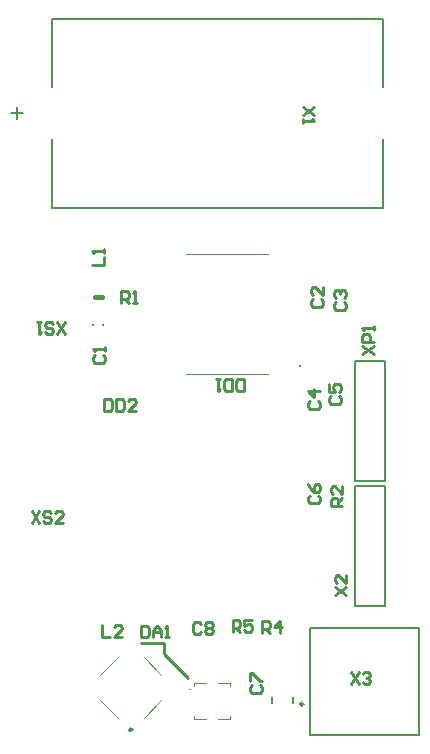
<source format=gto>
G04*
G04 #@! TF.GenerationSoftware,Altium Limited,Altium Designer,20.2.7 (254)*
G04*
G04 Layer_Color=65535*
%FSLAX44Y44*%
%MOMM*%
G71*
G04*
G04 #@! TF.SameCoordinates,4D7A2DC3-99A8-4A5B-9679-2B55FC54A80C*
G04*
G04*
G04 #@! TF.FilePolarity,Positive*
G04*
G01*
G75*
%ADD10C,0.1000*%
%ADD11C,0.2540*%
%ADD12C,0.2000*%
%ADD13C,0.2500*%
%ADD14C,0.4000*%
D10*
X2045542Y1170620D02*
G03*
X2046542Y1170620I500J0D01*
G01*
D02*
G03*
X2045542Y1170620I-500J0D01*
G01*
X2069542Y1175620D02*
X2079542D01*
Y1173620D02*
Y1175620D01*
X2049542Y1173620D02*
Y1175620D01*
X2059542D01*
X2079542Y1145620D02*
Y1147620D01*
X2069542Y1145620D02*
X2079542D01*
X2049542D02*
Y1147620D01*
Y1145620D02*
X2059542D01*
X2006932Y1146080D02*
X2021932Y1161080D01*
X1969932D02*
X1984932Y1146080D01*
X1969932Y1183080D02*
X1984932Y1198080D01*
X2006932D02*
X2021932Y1183080D01*
X2042466Y1437686D02*
X2112466D01*
X2042466D02*
X2112466D01*
X2042466Y1538686D02*
X2112466D01*
X2042466D02*
X2112466D01*
D11*
X1997202Y1136520D02*
G03*
X1997202Y1136520I-1270J0D01*
G01*
X2024380Y1200404D02*
Y1209548D01*
X2004822D02*
X2024380D01*
Y1200404D02*
X2044446Y1180338D01*
X1911991Y1321481D02*
X1918656Y1311484D01*
Y1321481D02*
X1911991Y1311484D01*
X1928652Y1319814D02*
X1926986Y1321481D01*
X1923654D01*
X1921988Y1319814D01*
Y1318148D01*
X1923654Y1316482D01*
X1926986D01*
X1928652Y1314816D01*
Y1313150D01*
X1926986Y1311484D01*
X1923654D01*
X1921988Y1313150D01*
X1938649Y1311484D02*
X1931985D01*
X1938649Y1318148D01*
Y1319814D01*
X1936983Y1321481D01*
X1933651D01*
X1931985Y1319814D01*
X1940031Y1471504D02*
X1933367Y1481501D01*
Y1471504D02*
X1940031Y1481501D01*
X1923370Y1473170D02*
X1925036Y1471504D01*
X1928368D01*
X1930034Y1473170D01*
Y1474836D01*
X1928368Y1476502D01*
X1925036D01*
X1923370Y1478168D01*
Y1479834D01*
X1925036Y1481501D01*
X1928368D01*
X1930034Y1479834D01*
X1920038Y1481501D02*
X1916705D01*
X1918371D01*
Y1471504D01*
X1920038Y1473170D01*
X2192102Y1454425D02*
X2202099Y1461090D01*
X2192102D02*
X2202099Y1454425D01*
Y1464422D02*
X2192102D01*
Y1469420D01*
X2193768Y1471086D01*
X2197100D01*
X2198766Y1469420D01*
Y1464422D01*
X2202099Y1474419D02*
Y1477751D01*
Y1476085D01*
X2192102D01*
X2193768Y1474419D01*
X2182166Y1184828D02*
X2188830Y1174832D01*
Y1184828D02*
X2182166Y1174832D01*
X2192162Y1183162D02*
X2193828Y1184828D01*
X2197161D01*
X2198827Y1183162D01*
Y1181496D01*
X2197161Y1179830D01*
X2195495D01*
X2197161D01*
X2198827Y1178164D01*
Y1176498D01*
X2197161Y1174832D01*
X2193828D01*
X2192162Y1176498D01*
X2168480Y1250239D02*
X2178477Y1256904D01*
X2168480D02*
X2178477Y1250239D01*
Y1266901D02*
Y1260236D01*
X2171812Y1266901D01*
X2170146D01*
X2168480Y1265235D01*
Y1261902D01*
X2170146Y1260236D01*
X2151357Y1663253D02*
X2141360Y1656588D01*
X2151357D02*
X2141360Y1663253D01*
Y1653256D02*
Y1649924D01*
Y1651590D01*
X2151357D01*
X2149690Y1653256D01*
X2082090Y1219282D02*
Y1229278D01*
X2087088D01*
X2088754Y1227612D01*
Y1224280D01*
X2087088Y1222614D01*
X2082090D01*
X2085422D02*
X2088754Y1219282D01*
X2098751Y1229278D02*
X2092086D01*
Y1224280D01*
X2095419Y1225946D01*
X2097085D01*
X2098751Y1224280D01*
Y1220948D01*
X2097085Y1219282D01*
X2093752D01*
X2092086Y1220948D01*
X2107236Y1218266D02*
Y1228262D01*
X2112234D01*
X2113900Y1226596D01*
Y1223264D01*
X2112234Y1221598D01*
X2107236D01*
X2110568D02*
X2113900Y1218266D01*
X2122231D02*
Y1228262D01*
X2117232Y1223264D01*
X2123897D01*
X2175125Y1326068D02*
X2165128D01*
Y1331066D01*
X2166794Y1332732D01*
X2170126D01*
X2171792Y1331066D01*
Y1326068D01*
Y1329400D02*
X2175125Y1332732D01*
Y1342729D02*
Y1336064D01*
X2168460Y1342729D01*
X2166794D01*
X2165128Y1341063D01*
Y1337730D01*
X2166794Y1336064D01*
X1987656Y1497646D02*
Y1507643D01*
X1992654D01*
X1994320Y1505976D01*
Y1502644D01*
X1992654Y1500978D01*
X1987656D01*
X1990988D02*
X1994320Y1497646D01*
X1997652D02*
X2000985D01*
X1999319D01*
Y1507643D01*
X1997652Y1505976D01*
X1971599Y1225214D02*
Y1215218D01*
X1978264D01*
X1988261D02*
X1981596D01*
X1988261Y1221882D01*
Y1223548D01*
X1986595Y1225214D01*
X1983262D01*
X1981596Y1223548D01*
X1963248Y1530036D02*
X1973244D01*
Y1536700D01*
Y1540032D02*
Y1543365D01*
Y1541698D01*
X1963248D01*
X1964914Y1540032D01*
X1973459Y1415968D02*
Y1405972D01*
X1978457D01*
X1980124Y1407638D01*
Y1414302D01*
X1978457Y1415968D01*
X1973459D01*
X1983456D02*
Y1405972D01*
X1988454D01*
X1990120Y1407638D01*
Y1414302D01*
X1988454Y1415968D01*
X1983456D01*
X2000117Y1405972D02*
X1993453D01*
X2000117Y1412636D01*
Y1414302D01*
X1998451Y1415968D01*
X1995119D01*
X1993453Y1414302D01*
X2091669Y1423244D02*
Y1433241D01*
X2086671D01*
X2085004Y1431574D01*
Y1424910D01*
X2086671Y1423244D01*
X2091669D01*
X2081672D02*
Y1433241D01*
X2076674D01*
X2075008Y1431574D01*
Y1424910D01*
X2076674Y1423244D01*
X2081672D01*
X2071676Y1433241D02*
X2068343D01*
X2070009D01*
Y1423244D01*
X2071676Y1424910D01*
X2004589Y1224453D02*
Y1214456D01*
X2009588D01*
X2011254Y1216122D01*
Y1222786D01*
X2009588Y1224453D01*
X2004589D01*
X2014586Y1214456D02*
Y1221120D01*
X2017918Y1224453D01*
X2021250Y1221120D01*
Y1214456D01*
Y1219454D01*
X2014586D01*
X2024583Y1214456D02*
X2027915D01*
X2026249D01*
Y1224453D01*
X2024583Y1222786D01*
X2055226Y1225834D02*
X2053560Y1227501D01*
X2050228D01*
X2048562Y1225834D01*
Y1219170D01*
X2050228Y1217504D01*
X2053560D01*
X2055226Y1219170D01*
X2058558Y1225834D02*
X2060224Y1227501D01*
X2063557D01*
X2065223Y1225834D01*
Y1224168D01*
X2063557Y1222502D01*
X2065223Y1220836D01*
Y1219170D01*
X2063557Y1217504D01*
X2060224D01*
X2058558Y1219170D01*
Y1220836D01*
X2060224Y1222502D01*
X2058558Y1224168D01*
Y1225834D01*
X2060224Y1222502D02*
X2063557D01*
X2098518Y1174100D02*
X2096852Y1172434D01*
Y1169102D01*
X2098518Y1167436D01*
X2105182D01*
X2106848Y1169102D01*
Y1172434D01*
X2105182Y1174100D01*
X2096852Y1177432D02*
Y1184097D01*
X2098518D01*
X2105182Y1177432D01*
X2106848D01*
X2148048Y1334618D02*
X2146382Y1332952D01*
Y1329620D01*
X2148048Y1327953D01*
X2154712D01*
X2156378Y1329620D01*
Y1332952D01*
X2154712Y1334618D01*
X2146382Y1344615D02*
X2148048Y1341283D01*
X2151380Y1337950D01*
X2154712D01*
X2156378Y1339616D01*
Y1342949D01*
X2154712Y1344615D01*
X2153046D01*
X2151380Y1342949D01*
Y1337950D01*
X2165320Y1418702D02*
X2163654Y1417036D01*
Y1413704D01*
X2165320Y1412038D01*
X2171984D01*
X2173651Y1413704D01*
Y1417036D01*
X2171984Y1418702D01*
X2163654Y1428699D02*
Y1422034D01*
X2168652D01*
X2166986Y1425367D01*
Y1427033D01*
X2168652Y1428699D01*
X2171984D01*
X2173651Y1427033D01*
Y1423700D01*
X2171984Y1422034D01*
X2147794Y1414384D02*
X2146128Y1412718D01*
Y1409386D01*
X2147794Y1407720D01*
X2154458D01*
X2156125Y1409386D01*
Y1412718D01*
X2154458Y1414384D01*
X2156125Y1422715D02*
X2146128D01*
X2151126Y1417716D01*
Y1424381D01*
X2169638Y1498712D02*
X2167972Y1497046D01*
Y1493714D01*
X2169638Y1492047D01*
X2176302D01*
X2177968Y1493714D01*
Y1497046D01*
X2176302Y1498712D01*
X2169638Y1502044D02*
X2167972Y1503710D01*
Y1507043D01*
X2169638Y1508709D01*
X2171304D01*
X2172970Y1507043D01*
Y1505376D01*
Y1507043D01*
X2174636Y1508709D01*
X2176302D01*
X2177968Y1507043D01*
Y1503710D01*
X2176302Y1502044D01*
X2150080Y1500744D02*
X2148414Y1499078D01*
Y1495746D01*
X2150080Y1494079D01*
X2156744D01*
X2158410Y1495746D01*
Y1499078D01*
X2156744Y1500744D01*
X2158410Y1510741D02*
Y1504076D01*
X2151746Y1510741D01*
X2150080D01*
X2148414Y1509075D01*
Y1505742D01*
X2150080Y1504076D01*
X1965676Y1453642D02*
X1964010Y1451976D01*
Y1448644D01*
X1965676Y1446978D01*
X1972340D01*
X1974007Y1448644D01*
Y1451976D01*
X1972340Y1453642D01*
X1974007Y1456974D02*
Y1460307D01*
Y1458640D01*
X1964010D01*
X1965676Y1456974D01*
D12*
X2138466Y1444186D02*
G03*
X2139466Y1444186I500J0D01*
G01*
D02*
G03*
X2138466Y1444186I-500J0D01*
G01*
D02*
G03*
X2139466Y1444186I500J0D01*
G01*
X2115710Y1158788D02*
Y1163788D01*
X2133710Y1158788D02*
Y1163788D01*
X2185376Y1240892D02*
X2210776D01*
X2185376D02*
Y1342492D01*
X2210776Y1240892D02*
Y1342492D01*
X2185376D02*
X2210776D01*
X2185416Y1448816D02*
X2210816D01*
Y1347216D02*
Y1448816D01*
X2185416Y1347216D02*
Y1448816D01*
Y1347216D02*
X2210816D01*
X1899896Y1653366D02*
Y1663366D01*
X1894896Y1658366D02*
X1904896D01*
X1929396Y1738366D02*
X2209396D01*
X1929396Y1578366D02*
X2209396D01*
X1929396Y1680166D02*
Y1738366D01*
X2209396Y1680166D02*
Y1738366D01*
Y1578366D02*
Y1636566D01*
X1929396Y1578366D02*
Y1636566D01*
X2147262Y1222086D02*
X2239762D01*
Y1131986D02*
Y1222086D01*
X2147262Y1131986D02*
X2239762D01*
X2147262D02*
Y1222086D01*
X1972750Y1478906D02*
Y1479906D01*
X1964250Y1478906D02*
Y1479906D01*
D13*
X2142012Y1157986D02*
G03*
X2142012Y1157986I-1250J0D01*
G01*
D14*
X1965750Y1502641D02*
X1971250D01*
M02*

</source>
